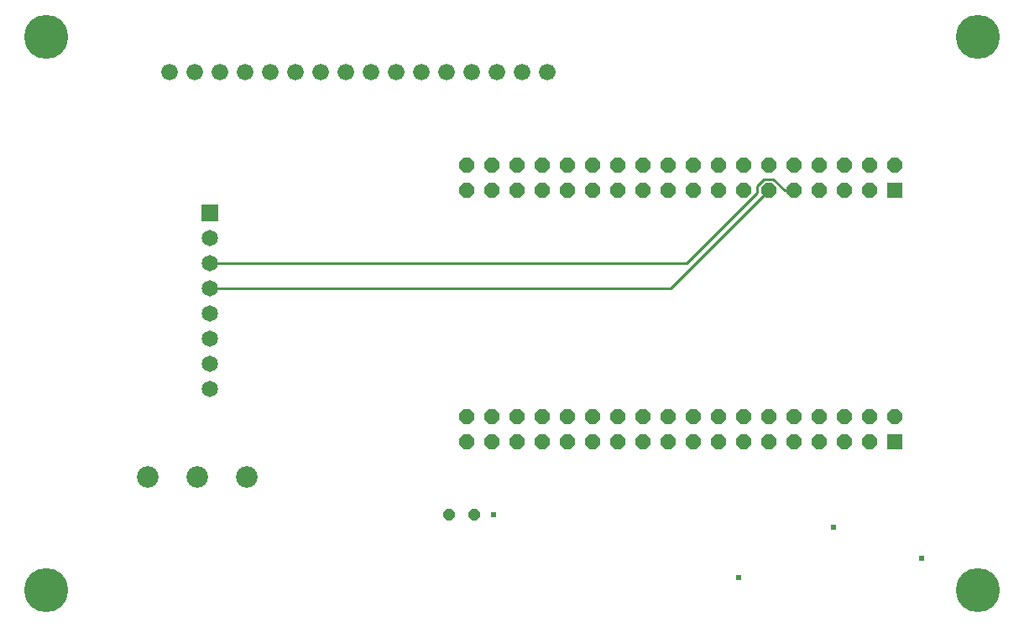
<source format=gbr>
G04 EAGLE Gerber RS-274X export*
G75*
%MOMM*%
%FSLAX34Y34*%
%LPD*%
%INBottom Copper*%
%IPPOS*%
%AMOC8*
5,1,8,0,0,1.08239X$1,22.5*%
G01*
%ADD10C,1.676400*%
%ADD11P,1.231672X8X22.500000*%
%ADD12C,4.445000*%
%ADD13C,2.184400*%
%ADD14R,1.524000X1.524000*%
%ADD15P,1.649562X8X202.500000*%
%ADD16C,1.651000*%
%ADD17R,1.651000X1.651000*%
%ADD18C,0.609600*%
%ADD19C,0.254000*%


D10*
X162600Y561400D03*
X188000Y561400D03*
X213400Y561400D03*
X238800Y561400D03*
X264200Y561400D03*
X289600Y561400D03*
X315000Y561400D03*
X340400Y561400D03*
X365800Y561400D03*
X391200Y561400D03*
X416600Y561400D03*
X442000Y561400D03*
X467400Y561400D03*
X492800Y561400D03*
X518200Y561400D03*
X543600Y561400D03*
D11*
X444500Y114300D03*
X469900Y114300D03*
D12*
X38100Y38100D03*
X38100Y596900D03*
X977900Y596900D03*
X977900Y38100D03*
D13*
X140500Y152400D03*
X190500Y152400D03*
X240500Y152400D03*
D14*
X893400Y187700D03*
D15*
X893400Y213100D03*
X868000Y187700D03*
X868000Y213100D03*
X842600Y187700D03*
X842600Y213100D03*
X817200Y187700D03*
X817200Y213100D03*
X791800Y187700D03*
X791800Y213100D03*
X766400Y187700D03*
X766400Y213100D03*
X741000Y187700D03*
X741000Y213100D03*
X715600Y187700D03*
X715600Y213100D03*
X690200Y187700D03*
X690200Y213100D03*
X664800Y187700D03*
X664800Y213100D03*
X639400Y187700D03*
X639400Y213100D03*
X614000Y187700D03*
X614000Y213100D03*
X588600Y187700D03*
X588600Y213100D03*
X563200Y187700D03*
X563200Y213100D03*
X537800Y187700D03*
X537800Y213100D03*
X512400Y187700D03*
X512400Y213100D03*
X487000Y187700D03*
X487000Y213100D03*
X461600Y187700D03*
X461600Y213100D03*
D14*
X893400Y441700D03*
D15*
X893400Y467100D03*
X868000Y441700D03*
X868000Y467100D03*
X842600Y441700D03*
X842600Y467100D03*
X817200Y441700D03*
X817200Y467100D03*
X791800Y441700D03*
X791800Y467100D03*
X766400Y441700D03*
X766400Y467100D03*
X741000Y441700D03*
X741000Y467100D03*
X715600Y441700D03*
X715600Y467100D03*
X690200Y441700D03*
X690200Y467100D03*
X664800Y441700D03*
X664800Y467100D03*
X639400Y441700D03*
X639400Y467100D03*
X614000Y441700D03*
X614000Y467100D03*
X588600Y441700D03*
X588600Y467100D03*
X563200Y441700D03*
X563200Y467100D03*
X537800Y441700D03*
X537800Y467100D03*
X512400Y441700D03*
X512400Y467100D03*
X487000Y441700D03*
X487000Y467100D03*
X461600Y441700D03*
X461600Y467100D03*
D16*
X203200Y266700D03*
X203200Y241300D03*
D17*
X203200Y419100D03*
D16*
X203200Y393700D03*
X203200Y368300D03*
X203200Y317500D03*
X203200Y292100D03*
X203200Y342900D03*
D18*
X736600Y50800D03*
X488950Y114300D03*
X831850Y101600D03*
X920750Y69850D03*
D19*
X754970Y446435D02*
X761666Y453130D01*
X771135Y453130D01*
X683765Y368300D02*
X203200Y368300D01*
X683765Y368300D02*
X754970Y439506D01*
X754970Y446435D01*
X771135Y453130D02*
X782565Y441700D01*
X791800Y441700D01*
X667600Y342900D02*
X203200Y342900D01*
X667600Y342900D02*
X766400Y441700D01*
M02*

</source>
